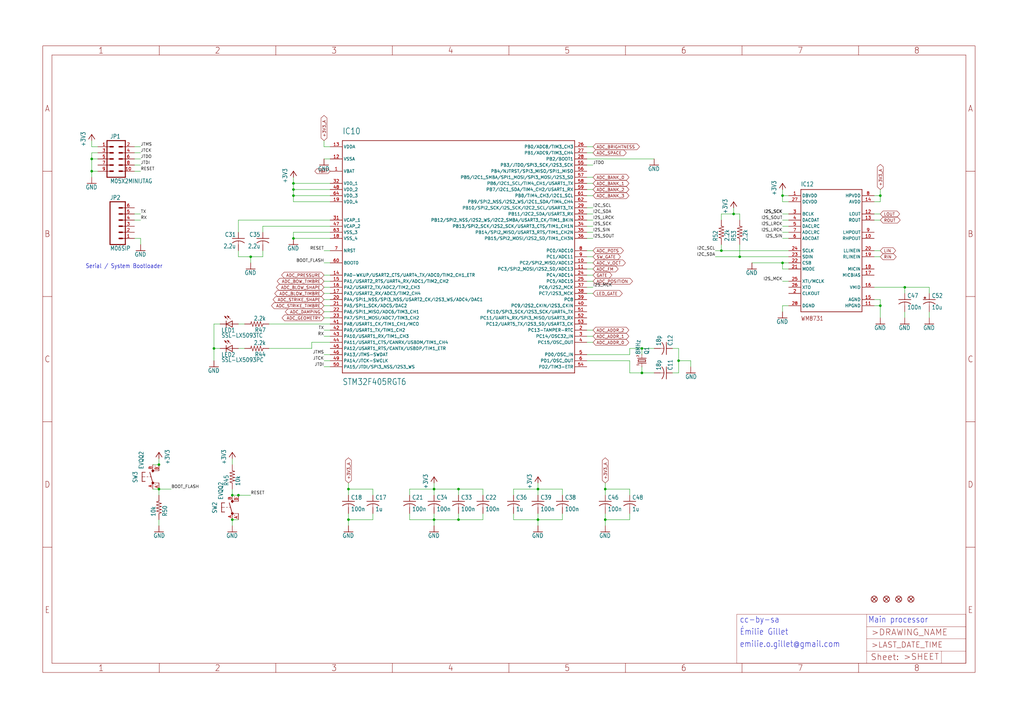
<source format=kicad_sch>
(kicad_sch (version 20231120) (generator "eeschema") (generator_version "8.0")
  (paper "User" 425.45 299.161)
  (junction (at 304.8 88.9))
  (junction (at 299.72 104.14))
  (junction (at 266.7 154.94))
  (junction (at 88.9 144.78))
  (junction (at 325.12 81.28))
  (junction (at 38.1 66.04))
  (junction (at 266.7 144.78))
  (junction (at 96.52 205.74))
  (junction (at 190.5 203.2))
  (junction (at 325.12 109.22))
  (junction (at 180.34 215.9))
  (junction (at 99.06 205.74))
  (junction (at 121.92 99.06))
  (junction (at 190.5 215.9))
  (junction (at 121.92 78.74))
  (junction (at 251.46 215.9))
  (junction (at 307.34 106.68))
  (junction (at 375.92 119.38))
  (junction (at 180.34 203.2))
  (junction (at 365.76 127))
  (junction (at 144.78 215.9))
  (junction (at 104.14 106.68))
  (junction (at 121.92 76.2))
  (junction (at 66.04 203.2))
  (junction (at 121.92 81.28))
  (junction (at 281.94 149.86))
  (junction (at 251.46 203.2))
  (junction (at 223.52 203.2))
  (junction (at 96.52 215.9))
  (junction (at 223.52 215.9))
  (junction (at 365.76 81.28))
  (junction (at 144.78 203.2))
  (junction (at 38.1 71.12))
  (junction (at 66.04 193.04))
  (wire (pts (xy 109.22 93.98) (xy 137.16 93.98)))
  (wire (pts (xy 137.16 60.96) (xy 134.62 60.96)))
  (wire (pts (xy 243.84 73.66) (xy 246.38 73.66)))
  (wire (pts (xy 261.62 149.86) (xy 243.84 149.86)))
  (wire (pts (xy 40.64 66.04) (xy 38.1 66.04)))
  (wire (pts (xy 363.22 83.82) (xy 365.76 83.82)))
  (wire (pts (xy 307.34 106.68) (xy 297.18 106.68)))
  (wire (pts (xy 251.46 213.36) (xy 251.46 215.9)))
  (wire (pts (xy 281.94 149.86) (xy 287.02 149.86)))
  (wire (pts (xy 96.52 203.2) (xy 96.52 205.74)))
  (wire (pts (xy 180.34 215.9) (xy 190.5 215.9)))
  (wire (pts (xy 325.12 91.44) (xy 327.66 91.44)))
  (wire (pts (xy 137.16 66.04) (xy 134.62 66.04)))
  (wire (pts (xy 137.16 152.4) (xy 134.62 152.4)))
  (wire (pts (xy 137.16 114.3) (xy 134.62 114.3)))
  (wire (pts (xy 137.16 104.14) (xy 134.62 104.14)))
  (wire (pts (xy 233.68 215.9) (xy 233.68 213.36)))
  (wire (pts (xy 88.9 134.62) (xy 88.9 144.78)))
  (wire (pts (xy 137.16 124.46) (xy 134.62 124.46)))
  (wire (pts (xy 96.52 215.9) (xy 99.06 215.9)))
  (wire (pts (xy 190.5 215.9) (xy 200.66 215.9)))
  (wire (pts (xy 99.06 205.74) (xy 104.14 205.74)))
  (wire (pts (xy 170.18 203.2) (xy 180.34 203.2)))
  (wire (pts (xy 154.94 215.9) (xy 154.94 213.36)))
  (wire (pts (xy 243.84 68.58) (xy 246.38 68.58)))
  (wire (pts (xy 223.52 215.9) (xy 233.68 215.9)))
  (wire (pts (xy 243.84 139.7) (xy 246.38 139.7)))
  (wire (pts (xy 170.18 205.74) (xy 170.18 203.2)))
  (wire (pts (xy 137.16 76.2) (xy 121.92 76.2)))
  (wire (pts (xy 251.46 215.9) (xy 261.62 215.9)))
  (wire (pts (xy 223.52 215.9) (xy 223.52 218.44)))
  (wire (pts (xy 55.88 60.96) (xy 58.42 60.96)))
  (wire (pts (xy 243.84 137.16) (xy 246.38 137.16)))
  (wire (pts (xy 386.08 129.54) (xy 386.08 132.08)))
  (wire (pts (xy 111.76 144.78) (xy 129.54 144.78)))
  (wire (pts (xy 55.88 71.12) (xy 58.42 71.12)))
  (wire (pts (xy 243.84 88.9) (xy 246.38 88.9)))
  (wire (pts (xy 261.62 203.2) (xy 261.62 205.74)))
  (wire (pts (xy 251.46 203.2) (xy 261.62 203.2)))
  (wire (pts (xy 134.62 60.96) (xy 134.62 58.42)))
  (wire (pts (xy 121.92 83.82) (xy 137.16 83.82)))
  (wire (pts (xy 129.54 144.78) (xy 129.54 142.24)))
  (wire (pts (xy 251.46 203.2) (xy 251.46 200.66)))
  (wire (pts (xy 190.5 203.2) (xy 200.66 203.2)))
  (wire (pts (xy 63.5 193.04) (xy 66.04 193.04)))
  (wire (pts (xy 137.16 149.86) (xy 134.62 149.86)))
  (wire (pts (xy 243.84 109.22) (xy 246.38 109.22)))
  (wire (pts (xy 104.14 106.68) (xy 109.22 106.68)))
  (wire (pts (xy 121.92 96.52) (xy 121.92 99.06)))
  (wire (pts (xy 144.78 203.2) (xy 144.78 205.74)))
  (wire (pts (xy 299.72 104.14) (xy 327.66 104.14)))
  (wire (pts (xy 243.84 111.76) (xy 246.38 111.76)))
  (wire (pts (xy 200.66 215.9) (xy 200.66 213.36)))
  (wire (pts (xy 287.02 149.86) (xy 287.02 152.4)))
  (wire (pts (xy 137.16 129.54) (xy 134.62 129.54)))
  (wire (pts (xy 243.84 78.74) (xy 246.38 78.74)))
  (wire (pts (xy 99.06 96.52) (xy 99.06 91.44)))
  (wire (pts (xy 40.64 60.96) (xy 38.1 60.96)))
  (wire (pts (xy 261.62 215.9) (xy 261.62 213.36)))
  (wire (pts (xy 243.84 147.32) (xy 261.62 147.32)))
  (wire (pts (xy 99.06 106.68) (xy 104.14 106.68)))
  (wire (pts (xy 99.06 91.44) (xy 137.16 91.44)))
  (wire (pts (xy 327.66 106.68) (xy 307.34 106.68)))
  (wire (pts (xy 121.92 78.74) (xy 137.16 78.74)))
  (wire (pts (xy 363.22 81.28) (xy 365.76 81.28)))
  (wire (pts (xy 63.5 203.2) (xy 66.04 203.2)))
  (wire (pts (xy 121.92 76.2) (xy 121.92 78.74)))
  (wire (pts (xy 104.14 109.22) (xy 104.14 106.68)))
  (wire (pts (xy 363.22 106.68) (xy 365.76 106.68)))
  (wire (pts (xy 170.18 215.9) (xy 180.34 215.9)))
  (wire (pts (xy 243.84 76.2) (xy 246.38 76.2)))
  (wire (pts (xy 180.34 218.44) (xy 180.34 215.9)))
  (wire (pts (xy 38.1 66.04) (xy 38.1 71.12)))
  (wire (pts (xy 134.62 121.92) (xy 137.16 121.92)))
  (wire (pts (xy 281.94 154.94) (xy 279.4 154.94)))
  (wire (pts (xy 91.44 144.78) (xy 88.9 144.78)))
  (wire (pts (xy 137.16 134.62) (xy 111.76 134.62)))
  (wire (pts (xy 223.52 200.66) (xy 223.52 203.2)))
  (wire (pts (xy 325.12 93.98) (xy 327.66 93.98)))
  (wire (pts (xy 325.12 83.82) (xy 325.12 81.28)))
  (wire (pts (xy 137.16 132.08) (xy 134.62 132.08)))
  (wire (pts (xy 266.7 154.94) (xy 261.62 154.94)))
  (wire (pts (xy 137.16 137.16) (xy 134.62 137.16)))
  (wire (pts (xy 325.12 99.06) (xy 327.66 99.06)))
  (wire (pts (xy 243.84 106.68) (xy 246.38 106.68)))
  (wire (pts (xy 261.62 144.78) (xy 266.7 144.78)))
  (wire (pts (xy 281.94 149.86) (xy 281.94 154.94)))
  (wire (pts (xy 223.52 213.36) (xy 223.52 215.9)))
  (wire (pts (xy 55.88 91.44) (xy 58.42 91.44)))
  (wire (pts (xy 66.04 190.5) (xy 66.04 193.04)))
  (wire (pts (xy 243.84 66.04) (xy 271.78 66.04)))
  (wire (pts (xy 327.66 81.28) (xy 325.12 81.28)))
  (wire (pts (xy 213.36 203.2) (xy 223.52 203.2)))
  (wire (pts (xy 38.1 60.96) (xy 38.1 58.42)))
  (wire (pts (xy 38.1 63.5) (xy 38.1 66.04)))
  (wire (pts (xy 271.78 144.78) (xy 266.7 144.78)))
  (wire (pts (xy 327.66 116.84) (xy 325.12 116.84)))
  (wire (pts (xy 325.12 81.28) (xy 325.12 78.74)))
  (wire (pts (xy 325.12 111.76) (xy 327.66 111.76)))
  (wire (pts (xy 266.7 144.78) (xy 266.7 147.32)))
  (wire (pts (xy 233.68 205.74) (xy 233.68 203.2)))
  (wire (pts (xy 121.92 76.2) (xy 121.92 73.66)))
  (wire (pts (xy 243.84 93.98) (xy 246.38 93.98)))
  (wire (pts (xy 40.64 71.12) (xy 38.1 71.12)))
  (wire (pts (xy 109.22 104.14) (xy 109.22 106.68)))
  (wire (pts (xy 55.88 68.58) (xy 58.42 68.58)))
  (wire (pts (xy 180.34 213.36) (xy 180.34 215.9)))
  (wire (pts (xy 386.08 119.38) (xy 386.08 121.92)))
  (wire (pts (xy 365.76 83.82) (xy 365.76 81.28)))
  (wire (pts (xy 325.12 109.22) (xy 325.12 111.76)))
  (wire (pts (xy 180.34 203.2) (xy 180.34 200.66)))
  (wire (pts (xy 137.16 96.52) (xy 121.92 96.52)))
  (wire (pts (xy 266.7 154.94) (xy 266.7 152.4)))
  (wire (pts (xy 279.4 144.78) (xy 281.94 144.78)))
  (wire (pts (xy 243.84 114.3) (xy 246.38 114.3)))
  (wire (pts (xy 109.22 96.52) (xy 109.22 93.98)))
  (wire (pts (xy 375.92 129.54) (xy 375.92 132.08)))
  (wire (pts (xy 299.72 101.6) (xy 299.72 104.14)))
  (wire (pts (xy 91.44 134.62) (xy 88.9 134.62)))
  (wire (pts (xy 223.52 203.2) (xy 223.52 205.74)))
  (wire (pts (xy 297.18 104.14) (xy 299.72 104.14)))
  (wire (pts (xy 66.04 203.2) (xy 71.12 203.2)))
  (wire (pts (xy 96.52 190.5) (xy 96.52 193.04)))
  (wire (pts (xy 261.62 154.94) (xy 261.62 149.86)))
  (wire (pts (xy 190.5 203.2) (xy 190.5 205.74)))
  (wire (pts (xy 170.18 213.36) (xy 170.18 215.9)))
  (wire (pts (xy 363.22 88.9) (xy 365.76 88.9)))
  (wire (pts (xy 137.16 99.06) (xy 121.92 99.06)))
  (wire (pts (xy 101.6 134.62) (xy 99.06 134.62)))
  (wire (pts (xy 251.46 205.74) (xy 251.46 203.2)))
  (wire (pts (xy 213.36 205.74) (xy 213.36 203.2)))
  (wire (pts (xy 38.1 71.12) (xy 38.1 73.66)))
  (wire (pts (xy 327.66 127) (xy 325.12 127)))
  (wire (pts (xy 40.64 63.5) (xy 38.1 63.5)))
  (wire (pts (xy 327.66 88.9) (xy 325.12 88.9)))
  (wire (pts (xy 363.22 119.38) (xy 375.92 119.38)))
  (wire (pts (xy 137.16 119.38) (xy 134.62 119.38)))
  (wire (pts (xy 55.88 88.9) (xy 58.42 88.9)))
  (wire (pts (xy 365.76 124.46) (xy 365.76 127)))
  (wire (pts (xy 281.94 144.78) (xy 281.94 149.86)))
  (wire (pts (xy 137.16 147.32) (xy 134.62 147.32)))
  (wire (pts (xy 88.9 144.78) (xy 88.9 149.86)))
  (wire (pts (xy 66.04 205.74) (xy 66.04 203.2)))
  (wire (pts (xy 327.66 109.22) (xy 325.12 109.22)))
  (wire (pts (xy 243.84 86.36) (xy 246.38 86.36)))
  (wire (pts (xy 200.66 203.2) (xy 200.66 205.74)))
  (wire (pts (xy 180.34 203.2) (xy 190.5 203.2)))
  (wire (pts (xy 307.34 91.44) (xy 307.34 88.9)))
  (wire (pts (xy 363.22 127) (xy 365.76 127)))
  (wire (pts (xy 55.88 99.06) (xy 58.42 99.06)))
  (wire (pts (xy 243.84 96.52) (xy 246.38 96.52)))
  (wire (pts (xy 129.54 142.24) (xy 137.16 142.24)))
  (wire (pts (xy 96.52 205.74) (xy 99.06 205.74)))
  (wire (pts (xy 96.52 215.9) (xy 96.52 218.44)))
  (wire (pts (xy 144.78 215.9) (xy 144.78 218.44)))
  (wire (pts (xy 365.76 81.28) (xy 365.76 78.74)))
  (wire (pts (xy 325.12 127) (xy 325.12 129.54)))
  (wire (pts (xy 55.88 66.04) (xy 58.42 66.04)))
  (wire (pts (xy 243.84 104.14) (xy 246.38 104.14)))
  (wire (pts (xy 58.42 99.06) (xy 58.42 101.6)))
  (wire (pts (xy 121.92 81.28) (xy 137.16 81.28)))
  (wire (pts (xy 121.92 81.28) (xy 121.92 83.82)))
  (wire (pts (xy 307.34 88.9) (xy 304.8 88.9)))
  (wire (pts (xy 304.8 88.9) (xy 299.72 88.9)))
  (wire (pts (xy 251.46 215.9) (xy 251.46 218.44)))
  (wire (pts (xy 307.34 101.6) (xy 307.34 106.68)))
  (wire (pts (xy 304.8 88.9) (xy 304.8 86.36)))
  (wire (pts (xy 154.94 203.2) (xy 154.94 205.74)))
  (wire (pts (xy 213.36 215.9) (xy 223.52 215.9)))
  (wire (pts (xy 180.34 205.74) (xy 180.34 203.2)))
  (wire (pts (xy 99.06 104.14) (xy 99.06 106.68)))
  (wire (pts (xy 243.84 119.38) (xy 246.38 119.38)))
  (wire (pts (xy 243.84 63.5) (xy 246.38 63.5)))
  (wire (pts (xy 137.16 109.22) (xy 134.62 109.22)))
  (wire (pts (xy 190.5 215.9) (xy 190.5 213.36)))
  (wire (pts (xy 271.78 154.94) (xy 266.7 154.94)))
  (wire (pts (xy 325.12 109.22) (xy 312.42 109.22)))
  (wire (pts (xy 299.72 91.44) (xy 299.72 88.9)))
  (wire (pts (xy 243.84 99.06) (xy 246.38 99.06)))
  (wire (pts (xy 375.92 119.38) (xy 386.08 119.38)))
  (wire (pts (xy 121.92 78.74) (xy 121.92 81.28)))
  (wire (pts (xy 66.04 215.9) (xy 66.04 218.44)))
  (wire (pts (xy 213.36 213.36) (xy 213.36 215.9)))
  (wire (pts (xy 137.16 139.7) (xy 134.62 139.7)))
  (wire (pts (xy 243.84 91.44) (xy 246.38 91.44)))
  (wire (pts (xy 243.84 142.24) (xy 246.38 142.24)))
  (wire (pts (xy 137.16 127) (xy 134.62 127)))
  (wire (pts (xy 55.88 63.5) (xy 58.42 63.5)))
  (wire (pts (xy 101.6 144.78) (xy 99.06 144.78)))
  (wire (pts (xy 261.62 147.32) (xy 261.62 144.78)))
  (wire (pts (xy 144.78 203.2) (xy 154.94 203.2)))
  (wire (pts (xy 375.92 119.38) (xy 375.92 121.92)))
  (wire (pts (xy 243.84 116.84) (xy 246.38 116.84)))
  (wire (pts (xy 144.78 213.36) (xy 144.78 215.9)))
  (wire (pts (xy 243.84 81.28) (xy 246.38 81.28)))
  (wire (pts (xy 223.52 203.2) (xy 233.68 203.2)))
  (wire (pts (xy 144.78 215.9) (xy 154.94 215.9)))
  (wire (pts (xy 137.16 116.84) (xy 134.62 116.84)))
  (wire (pts (xy 325.12 96.52) (xy 327.66 96.52)))
  (wire (pts (xy 363.22 124.46) (xy 365.76 124.46)))
  (wire (pts (xy 365.76 127) (xy 365.76 132.08)))
  (wire (pts (xy 243.84 121.92) (xy 246.38 121.92)))
  (wire (pts (xy 144.78 200.66) (xy 144.78 203.2)))
  (wire (pts (xy 243.84 60.96) (xy 246.38 60.96)))
  (wire (pts (xy 363.22 104.14) (xy 365.76 104.14)))
  (wire (pts (xy 363.22 91.44) (xy 365.76 91.44)))
  (wire (pts (xy 327.66 83.82) (xy 325.12 83.82)))
  (text "Émilie Gillet" (at 307.34 264.16 0) (effects (font (size 2.54 2.159)) (justify left bottom)))
  (text "cc-by-sa" (at 307.34 259.08 0) (effects (font (size 2.54 2.159)) (justify left bottom)))
  (text "Main processor" (at 360.68 259.08 0) (effects (font (size 2.54 2.159)) (justify left bottom)))
  (text "emilie.o.gillet@gmail.com" (at 307.34 269.24 0) (effects (font (size 2.54 2.159)) (justify left bottom)))
  (text "Serial / System Bootloader" (at 35.56 111.76 0) (effects (font (size 1.778 1.5113)) (justify left bottom)))
  (label "JTDO" (at 58.42 66.04 0) (effects (font (size 1.2446 1.2446))))
  (label "TX" (at 134.62 137.16 180) (effects (font (size 1.2446 1.2446))))
  (label "JTCK" (at 58.42 63.5 0) (effects (font (size 1.2446 1.2446))))
  (label "RESET" (at 134.62 104.14 180) (effects (font (size 1.2446 1.2446))))
  (label "BOOT_FLASH" (at 71.12 203.2 0) (effects (font (size 1.2446 1.2446))))
  (label "I2S_LRCK" (at 325.12 96.52 180) (effects (font (size 1.2446 1.2446))))
  (label "I2S_SOUT" (at 325.12 91.44 180) (effects (font (size 1.2446 1.2446))))
  (label "I2C_SCL" (at 246.38 86.36 0) (effects (font (size 1.2446 1.2446))))
  (label "BOOT_FLASH" (at 134.62 109.22 180) (effects (font (size 1.2446 1.2446))))
  (label "I2C_SDA" (at 246.38 88.9 0) (effects (font (size 1.2446 1.2446))))
  (label "RESET" (at 58.42 71.12 0) (effects (font (size 1.2446 1.2446))))
  (label "I2S_LRCK" (at 246.38 91.44 0) (effects (font (size 1.2446 1.2446))))
  (label "I2S_SIN" (at 325.12 99.06 180) (effects (font (size 1.2446 1.2446))))
  (label "I2C_SCL" (at 297.18 104.14 180) (effects (font (size 1.2446 1.2446))))
  (label "RX" (at 134.62 139.7 180) (effects (font (size 1.2446 1.2446))))
  (label "I2S_MCK" (at 325.12 116.84 180) (effects (font (size 1.2446 1.2446))))
  (label "I2S_SCK" (at 246.38 93.98 0) (effects (font (size 1.2446 1.2446))))
  (label "I2S_SOUT" (at 246.38 99.06 0) (effects (font (size 1.2446 1.2446))))
  (label "TX" (at 58.42 88.9 0) (effects (font (size 1.2446 1.2446))))
  (label "I2S_SCK" (at 325.12 88.9 180) (effects (font (size 1.2446 1.2446))))
  (label "JTMS" (at 134.62 147.32 180) (effects (font (size 1.2446 1.2446))))
  (label "I2S_LRCK" (at 325.12 93.98 180) (effects (font (size 1.2446 1.2446))))
  (label "I2S_SCK" (at 325.12 88.9 180) (effects (font (size 1.2446 1.2446))))
  (label "I2C_SDA" (at 297.18 106.68 180) (effects (font (size 1.2446 1.2446))))
  (label "JTDO" (at 246.38 68.58 0) (effects (font (size 1.2446 1.2446))))
  (label "RESET" (at 104.14 205.74 0) (effects (font (size 1.2446 1.2446))))
  (label "JTDI" (at 134.62 152.4 180) (effects (font (size 1.2446 1.2446))))
  (label "JTCK" (at 134.62 149.86 180) (effects (font (size 1.2446 1.2446))))
  (label "RX" (at 58.42 91.44 0) (effects (font (size 1.2446 1.2446))))
  (label "JTDI" (at 58.42 68.58 0) (effects (font (size 1.2446 1.2446))))
  (label "I2S_MCK" (at 246.38 119.38 0) (effects (font (size 1.2446 1.2446))))
  (label "JTMS" (at 58.42 60.96 0) (effects (font (size 1.2446 1.2446))))
  (label "I2S_SIN" (at 246.38 96.52 0) (effects (font (size 1.2446 1.2446))))
  (global_label "LIN" (shape bidirectional) (at 365.76 104.14 0) (effects (font (size 1.2446 1.2446))) (property "Intersheetrefs" "${INTERSHEET_REFS}" (effects (hide yes))))
  (global_label "RIN" (shape bidirectional) (at 365.76 106.68 0) (effects (font (size 1.2446 1.2446))) (property "Intersheetrefs" "${INTERSHEET_REFS}" (effects (hide yes))))
  (global_label "GATE" (shape bidirectional) (at 246.38 114.3 0) (effects (font (size 1.2446 1.2446))) (property "Intersheetrefs" "${INTERSHEET_REFS}" (effects (hide yes))))
  (global_label "+3V3_A" (shape bidirectional) (at 365.76 78.74 90) (effects (font (size 1.2446 1.2446))) (property "Intersheetrefs" "${INTERSHEET_REFS}" (effects (hide yes))))
  (global_label "+3V3_A" (shape bidirectional) (at 134.62 58.42 90) (effects (font (size 1.2446 1.2446))) (property "Intersheetrefs" "${INTERSHEET_REFS}" (effects (hide yes))))
  (global_label "ADC_BANK_1" (shape bidirectional) (at 246.38 76.2 0) (effects (font (size 1.2446 1.2446))) (property "Intersheetrefs" "${INTERSHEET_REFS}" (effects (hide yes))))
  (global_label "VBAT" (shape bidirectional) (at 137.16 71.12 180) (effects (font (size 1.016 1.016))) (property "Intersheetrefs" "${INTERSHEET_REFS}" (effects (hide yes))))
  (global_label "ADC_STRIKE_SHAPE" (shape bidirectional) (at 134.62 124.46 180) (effects (font (size 1.2446 1.2446))) (property "Intersheetrefs" "${INTERSHEET_REFS}" (effects (hide yes))))
  (global_label "LOUT" (shape bidirectional) (at 365.76 88.9 0) (effects (font (size 1.2446 1.2446))) (property "Intersheetrefs" "${INTERSHEET_REFS}" (effects (hide yes))))
  (global_label "ADC_ADDR_0" (shape bidirectional) (at 246.38 142.24 0) (effects (font (size 1.2446 1.2446))) (property "Intersheetrefs" "${INTERSHEET_REFS}" (effects (hide yes))))
  (global_label "ADC_BANK_0" (shape bidirectional) (at 246.38 73.66 0) (effects (font (size 1.2446 1.2446))) (property "Intersheetrefs" "${INTERSHEET_REFS}" (effects (hide yes))))
  (global_label "ADC_BRIGHTNESS" (shape bidirectional) (at 246.38 60.96 0) (effects (font (size 1.2446 1.2446))) (property "Intersheetrefs" "${INTERSHEET_REFS}" (effects (hide yes))))
  (global_label "ADC_BANK_2" (shape bidirectional) (at 246.38 78.74 0) (effects (font (size 1.2446 1.2446))) (property "Intersheetrefs" "${INTERSHEET_REFS}" (effects (hide yes))))
  (global_label "SW_GATE" (shape bidirectional) (at 246.38 106.68 0) (effects (font (size 1.2446 1.2446))) (property "Intersheetrefs" "${INTERSHEET_REFS}" (effects (hide yes))))
  (global_label "ADC_V_OCT" (shape bidirectional) (at 246.38 109.22 0) (effects (font (size 1.2446 1.2446))) (property "Intersheetrefs" "${INTERSHEET_REFS}" (effects (hide yes))))
  (global_label "+3V3_A" (shape bidirectional) (at 251.46 200.66 90) (effects (font (size 1.2446 1.2446))) (property "Intersheetrefs" "${INTERSHEET_REFS}" (effects (hide yes))))
  (global_label "ADC_STRIKE_TIMBRE" (shape bidirectional) (at 134.62 127 180) (effects (font (size 1.2446 1.2446))) (property "Intersheetrefs" "${INTERSHEET_REFS}" (effects (hide yes))))
  (global_label "ADC_GEOMETRY" (shape bidirectional) (at 134.62 132.08 180) (effects (font (size 1.2446 1.2446))) (property "Intersheetrefs" "${INTERSHEET_REFS}" (effects (hide yes))))
  (global_label "ADC_POSITION" (shape bidirectional) (at 246.38 116.84 0) (effects (font (size 1.2446 1.2446))) (property "Intersheetrefs" "${INTERSHEET_REFS}" (effects (hide yes))))
  (global_label "ROUT" (shape bidirectional) (at 365.76 91.44 0) (effects (font (size 1.2446 1.2446))) (property "Intersheetrefs" "${INTERSHEET_REFS}" (effects (hide yes))))
  (global_label "ADC_BOW_TIMBRE" (shape bidirectional) (at 134.62 116.84 180) (effects (font (size 1.2446 1.2446))) (property "Intersheetrefs" "${INTERSHEET_REFS}" (effects (hide yes))))
  (global_label "ADC_SPACE" (shape bidirectional) (at 246.38 63.5 0) (effects (font (size 1.2446 1.2446))) (property "Intersheetrefs" "${INTERSHEET_REFS}" (effects (hide yes))))
  (global_label "ADC_DAMPING" (shape bidirectional) (at 134.62 129.54 180) (effects (font (size 1.2446 1.2446))) (property "Intersheetrefs" "${INTERSHEET_REFS}" (effects (hide yes))))
  (global_label "ADC_BANK_3" (shape bidirectional) (at 246.38 81.28 0) (effects (font (size 1.2446 1.2446))) (property "Intersheetrefs" "${INTERSHEET_REFS}" (effects (hide yes))))
  (global_label "ADC_ADDR_1" (shape bidirectional) (at 246.38 139.7 0) (effects (font (size 1.2446 1.2446))) (property "Intersheetrefs" "${INTERSHEET_REFS}" (effects (hide yes))))
  (global_label "ADC_BLOW_TIMBRE" (shape bidirectional) (at 134.62 121.92 180) (effects (font (size 1.2446 1.2446))) (property "Intersheetrefs" "${INTERSHEET_REFS}" (effects (hide yes))))
  (global_label "LED_GATE" (shape bidirectional) (at 246.38 121.92 0) (effects (font (size 1.2446 1.2446))) (property "Intersheetrefs" "${INTERSHEET_REFS}" (effects (hide yes))))
  (global_label "ADC_BLOW_SHAPE" (shape bidirectional) (at 134.62 119.38 180) (effects (font (size 1.2446 1.2446))) (property "Intersheetrefs" "${INTERSHEET_REFS}" (effects (hide yes))))
  (global_label "+3V3_A" (shape bidirectional) (at 144.78 200.66 90) (effects (font (size 1.2446 1.2446))) (property "Intersheetrefs" "${INTERSHEET_REFS}" (effects (hide yes))))
  (global_label "ADC_POTS" (shape bidirectional) (at 246.38 104.14 0) (effects (font (size 1.2446 1.2446))) (property "Intersheetrefs" "${INTERSHEET_REFS}" (effects (hide yes))))
  (global_label "ADC_FM" (shape bidirectional) (at 246.38 111.76 0) (effects (font (size 1.2446 1.2446))) (property "Intersheetrefs" "${INTERSHEET_REFS}" (effects (hide yes))))
  (global_label "ADC_ADDR_2" (shape bidirectional) (at 246.38 137.16 0) (effects (font (size 1.2446 1.2446))) (property "Intersheetrefs" "${INTERSHEET_REFS}" (effects (hide yes))))
  (global_label "ADC_PRESSURE" (shape bidirectional) (at 134.62 114.3 180) (effects (font (size 1.2446 1.2446))) (property "Intersheetrefs" "${INTERSHEET_REFS}" (effects (hide yes))))
  (symbol (lib_id "elements_v02-eagle-import:GND") (at 58.42 104.14 0) (unit 1)
    (property "Reference" "#GND061" (effects (hide yes)))
    (property "Value" "GND" (at 55.88 106.68 0) (effects (font (size 1.778 1.5113)) (justify left bottom)))
    (property "Footprint" "elements_v02:" (effects (hide yes)))
  )
  (symbol (lib_id "elements_v02-eagle-import:+3V3") (at 304.8 83.82 0) (unit 1)
    (property "Reference" "#+3V06" (effects (hide yes)))
    (property "Value" "+3V3" (at 302.26 88.9 90) (effects (font (size 1.778 1.5113)) (justify left bottom)))
    (property "Footprint" "elements_v02:" (effects (hide yes)))
  )
  (symbol (lib_id "elements_v02-eagle-import:FIDUCIAL1X2") (at 368.3 248.92 0) (unit 1)
    (property "Reference" "F3" (effects (hide yes)))
    (property "Value" "FIDUCIAL1X2" (effects (hide yes)))
    (property "Footprint" "elements_v02:FIDUCIAL-1X2" (effects (hide yes)))
  )
  (symbol (lib_id "elements_v02-eagle-import:FIDUCIAL1X2") (at 363.22 248.92 0) (unit 1)
    (property "Reference" "F1" (effects (hide yes)))
    (property "Value" "FIDUCIAL1X2" (effects (hide yes)))
    (property "Footprint" "elements_v02:FIDUCIAL-1X2" (effects (hide yes)))
  )
  (symbol (lib_id "elements_v02-eagle-import:C-USC0603") (at 200.66 208.28 0) (unit 1)
    (property "Reference" "C22" (at 201.676 207.645 0) (effects (font (size 1.778 1.5113)) (justify left bottom)))
    (property "Value" "100n" (at 201.676 212.471 0) (effects (font (size 1.778 1.5113)) (justify left bottom)))
    (property "Footprint" "elements_v02:C0603" (effects (hide yes)))
  )
  (symbol (lib_id "elements_v02-eagle-import:C-USC0603") (at 276.86 154.94 270) (mirror x) (unit 1)
    (property "Reference" "C11" (at 277.495 153.924 0) (effects (font (size 1.778 1.5113)) (justify left bottom)))
    (property "Value" "18p" (at 272.669 153.924 0) (effects (font (size 1.778 1.5113)) (justify left bottom)))
    (property "Footprint" "elements_v02:C0603" (effects (hide yes)))
  )
  (symbol (lib_id "elements_v02-eagle-import:GND") (at 375.92 134.62 0) (unit 1)
    (property "Reference" "#GND020" (effects (hide yes)))
    (property "Value" "GND" (at 373.38 137.16 0) (effects (font (size 1.778 1.5113)) (justify left bottom)))
    (property "Footprint" "elements_v02:" (effects (hide yes)))
  )
  (symbol (lib_id "elements_v02-eagle-import:R-US_R0603") (at 106.68 134.62 180) (unit 1)
    (property "Reference" "R47" (at 110.49 136.1186 0) (effects (font (size 1.778 1.5113)) (justify left bottom)))
    (property "Value" "2.2k" (at 110.49 131.318 0) (effects (font (size 1.778 1.5113)) (justify left bottom)))
    (property "Footprint" "elements_v02:R0603" (effects (hide yes)))
  )
  (symbol (lib_id "elements_v02-eagle-import:R-US_R0603") (at 307.34 96.52 90) (unit 1)
    (property "Reference" "R53" (at 305.8414 100.33 0) (effects (font (size 1.778 1.5113)) (justify left bottom)))
    (property "Value" "2.2k" (at 310.642 100.33 0) (effects (font (size 1.778 1.5113)) (justify left bottom)))
    (property "Footprint" "elements_v02:R0603" (effects (hide yes)))
  )
  (symbol (lib_id "elements_v02-eagle-import:+3V3") (at 66.04 187.96 0) (mirror y) (unit 1)
    (property "Reference" "#+3V03" (effects (hide yes)))
    (property "Value" "+3V3" (at 68.58 193.04 90) (effects (font (size 1.778 1.5113)) (justify left bottom)))
    (property "Footprint" "elements_v02:" (effects (hide yes)))
  )
  (symbol (lib_id "elements_v02-eagle-import:GND") (at 251.46 220.98 0) (unit 1)
    (property "Reference" "#GND019" (effects (hide yes)))
    (property "Value" "GND" (at 248.92 223.52 0) (effects (font (size 1.778 1.5113)) (justify left bottom)))
    (property "Footprint" "elements_v02:" (effects (hide yes)))
  )
  (symbol (lib_id "elements_v02-eagle-import:C-USC0805") (at 109.22 99.06 0) (mirror y) (unit 1)
    (property "Reference" "C35" (at 108.204 98.425 0) (effects (font (size 1.778 1.5113)) (justify left bottom)))
    (property "Value" "2.2u" (at 108.204 103.251 0) (effects (font (size 1.778 1.5113)) (justify left bottom)))
    (property "Footprint" "elements_v02:C0805" (effects (hide yes)))
  )
  (symbol (lib_id "elements_v02-eagle-import:GND") (at 38.1 76.2 0) (unit 1)
    (property "Reference" "#GND067" (effects (hide yes)))
    (property "Value" "GND" (at 35.56 78.74 0) (effects (font (size 1.778 1.5113)) (justify left bottom)))
    (property "Footprint" "elements_v02:" (effects (hide yes)))
  )
  (symbol (lib_id "elements_v02-eagle-import:C-USC0603") (at 233.68 208.28 0) (unit 1)
    (property "Reference" "C38" (at 234.696 207.645 0) (effects (font (size 1.778 1.5113)) (justify left bottom)))
    (property "Value" "100n" (at 234.696 212.471 0) (effects (font (size 1.778 1.5113)) (justify left bottom)))
    (property "Footprint" "elements_v02:C0603" (effects (hide yes)))
  )
  (symbol (lib_id "elements_v02-eagle-import:GND") (at 66.04 220.98 0) (mirror y) (unit 1)
    (property "Reference" "#GND058" (effects (hide yes)))
    (property "Value" "GND" (at 68.58 223.52 0) (effects (font (size 1.778 1.5113)) (justify left bottom)))
    (property "Footprint" "elements_v02:" (effects (hide yes)))
  )
  (symbol (lib_id "elements_v02-eagle-import:A3L-LOC") (at 17.78 279.4 0) (unit 1)
    (property "Reference" "#FRAME3" (effects (hide yes)))
    (property "Value" "A3L-LOC" (effects (hide yes)))
    (property "Footprint" "elements_v02:" (effects (hide yes)))
  )
  (symbol (lib_id "elements_v02-eagle-import:CRYSTALHC49UP") (at 266.7 149.86 270) (mirror x) (unit 1)
    (property "Reference" "Q1" (at 267.716 147.32 0) (effects (font (size 1.778 1.5113)) (justify left bottom)))
    (property "Value" "8MHz" (at 264.16 147.32 0) (effects (font (size 1.778 1.5113)) (justify left bottom)))
    (property "Footprint" "elements_v02:HC49UP" (effects (hide yes)))
  )
  (symbol (lib_id "elements_v02-eagle-import:M06SIP") (at 50.8 93.98 0) (unit 1)
    (property "Reference" "JP2" (at 45.72 83.058 0) (effects (font (size 1.778 1.5113)) (justify left bottom)))
    (property "Value" "M06SIP" (at 45.72 104.14 0) (effects (font (size 1.778 1.5113)) (justify left bottom)))
    (property "Footprint" "elements_v02:1X06" (effects (hide yes)))
  )
  (symbol (lib_id "elements_v02-eagle-import:STM32F20X") (at 190.5 106.68 0) (unit 1)
    (property "Reference" "IC10" (at 142.24 55.88 0) (effects (font (size 2.54 2.159)) (justify left bottom)))
    (property "Value" "STM32F405RGT6" (at 142.24 160.02 0) (effects (font (size 2.54 2.159)) (justify left bottom)))
    (property "Footprint" "elements_v02:TQFP-10X10-64" (effects (hide yes)))
  )
  (symbol (lib_id "elements_v02-eagle-import:GND") (at 121.92 101.6 0) (unit 1)
    (property "Reference" "#GND040" (effects (hide yes)))
    (property "Value" "GND" (at 119.38 104.14 0) (effects (font (size 1.778 1.5113)) (justify left bottom)))
    (property "Footprint" "elements_v02:" (effects (hide yes)))
  )
  (symbol (lib_id "elements_v02-eagle-import:LED5MM") (at 96.52 134.62 270) (unit 1)
    (property "Reference" "LED1" (at 91.948 138.176 90) (effects (font (size 1.778 1.5113)) (justify left bottom)))
    (property "Value" "SSL-LX5093TC" (at 91.948 140.335 90) (effects (font (size 1.778 1.5113)) (justify left bottom)))
    (property "Footprint" "elements_v02:LED5MM" (effects (hide yes)))
  )
  (symbol (lib_id "elements_v02-eagle-import:GND") (at 287.02 154.94 0) (mirror y) (unit 1)
    (property "Reference" "#GND056" (effects (hide yes)))
    (property "Value" "GND" (at 289.56 157.48 0) (effects (font (size 1.778 1.5113)) (justify left bottom)))
    (property "Footprint" "elements_v02:" (effects (hide yes)))
  )
  (symbol (lib_id "elements_v02-eagle-import:GND") (at 325.12 132.08 0) (unit 1)
    (property "Reference" "#GND015" (effects (hide yes)))
    (property "Value" "GND" (at 322.58 134.62 0) (effects (font (size 1.778 1.5113)) (justify left bottom)))
    (property "Footprint" "elements_v02:" (effects (hide yes)))
  )
  (symbol (lib_id "elements_v02-eagle-import:GND") (at 271.78 68.58 0) (unit 1)
    (property "Reference" "#GND057" (effects (hide yes)))
    (property "Value" "GND" (at 269.24 71.12 0) (effects (font (size 1.778 1.5113)) (justify left bottom)))
    (property "Footprint" "elements_v02:" (effects (hide yes)))
  )
  (symbol (lib_id "elements_v02-eagle-import:GND") (at 386.08 134.62 0) (unit 1)
    (property "Reference" "#GND021" (effects (hide yes)))
    (property "Value" "GND" (at 383.54 137.16 0) (effects (font (size 1.778 1.5113)) (justify left bottom)))
    (property "Footprint" "elements_v02:" (effects (hide yes)))
  )
  (symbol (lib_id "elements_v02-eagle-import:+3V3") (at 325.12 76.2 0) (unit 1)
    (property "Reference" "#+3V02" (effects (hide yes)))
    (property "Value" "+3V3" (at 322.58 81.28 90) (effects (font (size 1.778 1.5113)) (justify left bottom)))
    (property "Footprint" "elements_v02:" (effects (hide yes)))
  )
  (symbol (lib_id "elements_v02-eagle-import:GND") (at 365.76 134.62 0) (unit 1)
    (property "Reference" "#GND016" (effects (hide yes)))
    (property "Value" "GND" (at 363.22 137.16 0) (effects (font (size 1.778 1.5113)) (justify left bottom)))
    (property "Footprint" "elements_v02:" (effects (hide yes)))
  )
  (symbol (lib_id "elements_v02-eagle-import:C-USC0603") (at 180.34 208.28 0) (unit 1)
    (property "Reference" "C34" (at 181.356 207.645 0) (effects (font (size 1.778 1.5113)) (justify left bottom)))
    (property "Value" "100n" (at 181.356 212.471 0) (effects (font (size 1.778 1.5113)) (justify left bottom)))
    (property "Footprint" "elements_v02:C0603" (effects (hide yes)))
  )
  (symbol (lib_id "elements_v02-eagle-import:+3V3") (at 38.1 55.88 0) (unit 1)
    (property "Reference" "#+3V011" (effects (hide yes)))
    (property "Value" "+3V3" (at 35.56 60.96 90) (effects (font (size 1.778 1.5113)) (justify left bottom)))
    (property "Footprint" "elements_v02:" (effects (hide yes)))
  )
  (symbol (lib_id "elements_v02-eagle-import:FIDUCIAL1X2") (at 378.46 248.92 0) (unit 1)
    (property "Reference" "F4" (effects (hide yes)))
    (property "Value" "FIDUCIAL1X2" (effects (hide yes)))
    (property "Footprint" "elements_v02:FIDUCIAL-1X2" (effects (hide yes)))
  )
  (symbol (lib_id "elements_v02-eagle-import:GND") (at 134.62 68.58 0) (unit 1)
    (property "Reference" "#GND023" (effects (hide yes)))
    (property "Value" "GND" (at 132.08 71.12 0) (effects (font (size 1.778 1.5113)) (justify left bottom)))
    (property "Footprint" "elements_v02:" (effects (hide yes)))
  )
  (symbol (lib_id "elements_v02-eagle-import:C-USC0603") (at 213.36 208.28 0) (unit 1)
    (property "Reference" "C36" (at 214.376 207.645 0) (effects (font (size 1.778 1.5113)) (justify left bottom)))
    (property "Value" "1u" (at 214.376 212.471 0) (effects (font (size 1.778 1.5113)) (justify left bottom)))
    (property "Footprint" "elements_v02:C0603" (effects (hide yes)))
  )
  (symbol (lib_id "elements_v02-eagle-import:R-US_R0603") (at 66.04 210.82 270) (mirror x) (unit 1)
    (property "Reference" "R50" (at 67.5386 214.63 0) (effects (font (size 1.778 1.5113)) (justify left bottom)))
    (property "Value" "10k" (at 62.738 214.63 0) (effects (font (size 1.778 1.5113)) (justify left bottom)))
    (property "Footprint" "elements_v02:R0603" (effects (hide yes)))
  )
  (symbol (lib_id "elements_v02-eagle-import:GND") (at 223.52 220.98 0) (unit 1)
    (property "Reference" "#GND018" (effects (hide yes)))
    (property "Value" "GND" (at 220.98 223.52 0) (effects (font (size 1.778 1.5113)) (justify left bottom)))
    (property "Footprint" "elements_v02:" (effects (hide yes)))
  )
  (symbol (lib_id "elements_v02-eagle-import:M05X2MINIJTAG") (at 48.26 66.04 0) (unit 1)
    (property "Reference" "JP1" (at 45.72 57.658 0) (effects (font (size 1.778 1.5113)) (justify left bottom)))
    (property "Value" "M05X2MINIJTAG" (at 45.72 76.2 0) (effects (font (size 1.778 1.5113)) (justify left bottom)))
    (property "Footprint" "elements_v02:2X5-1.27" (effects (hide yes)))
  )
  (symbol (lib_id "elements_v02-eagle-import:FIDUCIAL1X2") (at 373.38 248.92 0) (unit 1)
    (property "Reference" "F2" (effects (hide yes)))
    (property "Value" "FIDUCIAL1X2" (effects (hide yes)))
    (property "Footprint" "elements_v02:FIDUCIAL-1X2" (effects (hide yes)))
  )
  (symbol (lib_id "elements_v02-eagle-import:GND") (at 88.9 152.4 0) (unit 1)
    (property "Reference" "#GND0102" (effects (hide yes)))
    (property "Value" "GND" (at 86.36 154.94 0) (effects (font (size 1.778 1.5113)) (justify left bottom)))
    (property "Footprint" "elements_v02:" (effects (hide yes)))
  )
  (symbol (lib_id "elements_v02-eagle-import:C-USC0603") (at 276.86 144.78 270) (mirror x) (unit 1)
    (property "Reference" "C12" (at 277.495 143.764 0) (effects (font (size 1.778 1.5113)) (justify left bottom)))
    (property "Value" "18p" (at 272.669 143.764 0) (effects (font (size 1.778 1.5113)) (justify left bottom)))
    (property "Footprint" "elements_v02:C0603" (effects (hide yes)))
  )
  (symbol (lib_id "elements_v02-eagle-import:R-US_R0603") (at 106.68 144.78 180) (unit 1)
    (property "Reference" "R44" (at 110.49 146.2786 0) (effects (font (size 1.778 1.5113)) (justify left bottom)))
    (property "Value" "2.2k" (at 110.49 141.478 0) (effects (font (size 1.778 1.5113)) (justify left bottom)))
    (property "Footprint" "elements_v02:R0603" (effects (hide yes)))
  )
  (symbol (lib_id "elements_v02-eagle-import:GND") (at 144.78 220.98 0) (unit 1)
    (property "Reference" "#GND065" (effects (hide yes)))
    (property "Value" "GND" (at 142.24 223.52 0) (effects (font (size 1.778 1.5113)) (justify left bottom)))
    (property "Footprint" "elements_v02:" (effects (hide yes)))
  )
  (symbol (lib_id "elements_v02-eagle-import:WM8731") (at 345.44 104.14 0) (unit 1)
    (property "Reference" "IC12" (at 332.74 77.47 0) (effects (font (size 1.778 1.5113)) (justify left bottom)))
    (property "Value" "WM8731" (effects (hide yes)))
    (property "Footprint" "elements_v02:SSOP28" (effects (hide yes)))
  )
  (symbol (lib_id "elements_v02-eagle-import:EVQQ2") (at 63.5 198.12 0) (unit 1)
    (property "Reference" "SW3" (at 57.15 200.66 90) (effects (font (size 1.778 1.5113)) (justify left bottom)))
    (property "Value" "EVQQ2" (at 59.69 194.945 90) (effects (font (size 1.778 1.5113)) (justify left bottom)))
    (property "Footprint" "elements_v02:EVQ-Q2" (effects (hide yes)))
  )
  (symbol (lib_id "elements_v02-eagle-import:C-USC0603") (at 190.5 208.28 0) (unit 1)
    (property "Reference" "C33" (at 191.516 207.645 0) (effects (font (size 1.778 1.5113)) (justify left bottom)))
    (property "Value" "100n" (at 191.516 212.471 0) (effects (font (size 1.778 1.5113)) (justify left bottom)))
    (property "Footprint" "elements_v02:C0603" (effects (hide yes)))
  )
  (symbol (lib_id "elements_v02-eagle-import:CPOL-USB") (at 386.08 124.46 0) (unit 1)
    (property "Reference" "C52" (at 387.096 123.825 0) (effects (font (size 1.778 1.5113)) (justify left bottom)))
    (property "Value" "10u" (at 387.096 128.651 0) (effects (font (size 1.778 1.5113)) (justify left bottom)))
    (property "Footprint" "Capacitor_SMD:CP_Elec_6.3x5.4" (effects (hide yes)))
  )
  (symbol (lib_id "elements_v02-eagle-import:R-US_R0603") (at 299.72 96.52 90) (unit 1)
    (property "Reference" "R52" (at 298.2214 100.33 0) (effects (font (size 1.778 1.5113)) (justify left bottom)))
    (property "Value" "2.2k" (at 303.022 100.33 0) (effects (font (size 1.778 1.5113)) (justify left bottom)))
    (property "Footprint" "elements_v02:R0603" (effects (hide yes)))
  )
  (symbol (lib_id "elements_v02-eagle-import:GND") (at 104.14 111.76 0) (unit 1)
    (property "Reference" "#GND055" (effects (hide yes)))
    (property "Value" "GND" (at 101.6 114.3 0) (effects (font (size 1.778 1.5113)) (justify left bottom)))
    (property "Footprint" "elements_v02:" (effects (hide yes)))
  )
  (symbol (lib_id "elements_v02-eagle-import:GND") (at 96.52 220.98 0) (unit 1)
    (property "Reference" "#GND059" (effects (hide yes)))
    (property "Value" "GND" (at 93.98 223.52 0) (effects (font (size 1.778 1.5113)) (justify left bottom)))
    (property "Footprint" "elements_v02:" (effects (hide yes)))
  )
  (symbol (lib_id "elements_v02-eagle-import:C-USC0603") (at 170.18 208.28 0) (unit 1)
    (property "Reference" "C21" (at 171.196 207.645 0) (effects (font (size 1.778 1.5113)) (justify left bottom)))
    (property "Value" "100n" (at 171.196 212.471 0) (effects (font (size 1.778 1.5113)) (justify left bottom)))
    (property "Footprint" "elements_v02:C0603" (effects (hide yes)))
  )
  (symbol (lib_id "elements_v02-eagle-import:+3V3") (at 121.92 71.12 0) (unit 1)
    (property "Reference" "#+3V013" (effects (hide yes)))
    (property "Value" "+3V3" (at 119.38 76.2 90) (effects (font (size 1.778 1.5113)) (justify left bottom)))
    (property "Footprint" "elements_v02:" (effects (hide yes)))
  )
  (symbol (lib_id "elements_v02-eagle-import:C-USC0603") (at 261.62 208.28 0) (unit 1)
    (property "Reference" "C48" (at 262.636 207.645 0) (effects (font (size 1.778 1.5113)) (justify left bottom)))
    (property "Value" "1u" (at 262.636 212.471 0) (effects (font (size 1.778 1.5113)) (justify left bottom)))
    (property "Footprint" "elements_v02:C0603" (effects (hide yes)))
  )
  (symbol (lib_id "elements_v02-eagle-import:+3V3") (at 180.34 198.12 0) (unit 1)
    (property "Reference" "#+3V08" (effects (hide yes)))
    (property "Value" "+3V3" (at 177.8 203.2 90) (effects (font (size 1.778 1.5113)) (justify left bottom)))
    (property "Footprint" "elements_v02:" (effects (hide yes)))
  )
  (symbol (lib_id "elements_v02-eagle-import:C-USC0603") (at 144.78 208.28 0) (unit 1)
    (property "Reference" "C18" (at 145.796 207.645 0) (effects (font (size 1.778 1.5113)) (justify left bottom)))
    (property "Value" "100n" (at 145.796 212.471 0) (effects (font (size 1.778 1.5113)) (justify left bottom)))
    (property "Footprint" "elements_v02:C0603" (effects (hide yes)))
  )
  (symbol (lib_id "elements_v02-eagle-import:R-US_R0603") (at 96.52 198.12 90) (unit 1)
    (property "Reference" "R45" (at 95.0214 201.93 0) (effects (font (size 1.778 1.5113)) (justify left bottom)))
    (property "Value" "10k" (at 99.822 201.93 0) (effects (font (size 1.778 1.5113)) (justify left bottom)))
    (property "Footprint" "elements_v02:R0603" (effects (hide yes)))
  )
  (symbol (lib_id "elements_v02-eagle-import:GND") (at 180.34 220.98 0) (unit 1)
    (property "Reference" "#GND05" (effects (hide yes)))
    (property "Value" "GND" (at 177.8 223.52 0) (effects (font (size 1.778 1.5113)) (justify left bottom)))
    (property "Footprint" "elements_v02:" (effects (hide yes)))
  )
  (symbol (lib_id "elements_v02-eagle-import:C-USC0603") (at 375.92 124.46 0) (unit 1)
    (property "Reference" "C47" (at 376.936 123.825 0) (effects (font (size 1.778 1.5113)) (justify left bottom)))
    (property "Value" "100n" (at 376.936 128.651 0) (effects (font (size 1.778 1.5113)) (justify left bottom)))
    (property "Footprint" "elements_v02:C0603" (effects (hide yes)))
  )
  (symbol (lib_id "elements_v02-eagle-import:EVQQ2") (at 96.52 210.82 0) (unit 1)
    (property "Reference" "SW2" (at 90.17 213.36 90) (effects (font (size 1.778 1.5113)) (justify left bottom)))
    (property "Value" "EVQQ2" (at 92.71 207.645 90) (effects (font (size 1.778 1.5113)) (justify left bottom)))
    (property "Footprint" "elements_v02:EVQ-Q2" (effects (hide yes)))
  )
  (symbol (lib_id "elements_v02-eagle-import:GND") (at 312.42 111.76 0) (unit 1)
    (property "Reference" "#GND017" (effects (hide yes)))
    (property "Value" "GND" (at 309.88 114.3 0) (effects (font (size 1.778 1.5113)) (justify left bottom)))
    (property "Footprint" "elements_v02:" (effects (hide yes)))
  )
  (symbol (lib_id "elements_v02-eagle-import:C-USC0603") (at 223.52 208.28 0) (unit 1)
    (property "Reference" "C39" (at 224.536 207.645 0) (effects (font (size 1.778 1.5113)) (justify left bottom)))
    (property "Value" "100n" (at 224.536 212.471 0) (effects (font (size 1.778 1.5113)) (justify left bottom)))
    (property "Footprint" "elements_v02:C0603" (effects (hide yes)))
  )
  (symbol (lib_id "elements_v02-eagle-import:+3V3") (at 96.52 187.96 0) (unit 1)
    (property "Reference" "#+3V04" (effects (hide yes)))
    (property "Value" "+3V3" (at 93.98 193.04 90) (effects (font (size 1.778 1.5113)) (justify left bottom)))
    (property "Footprint" "elements_v02:" (effects (hide yes)))
  )
  (symbol (lib_id "elements_v02-eagle-import:+3V3") (at 223.52 198.12 0) (unit 1)
    (property "Reference" "#+3V05" (effects (hide yes)))
    (property "Value" "+3V3" (at 220.98 203.2 90) (effects (font (size 1.778 1.5113)) (justify left bottom)))
    (property "Footprint" "elements_v02:" (effects (hide yes)))
  )
  (symbol (lib_id "elements_v02-eagle-import:C-USC0603") (at 154.94 208.28 0) (unit 1)
    (property "Reference" "C17" (at 155.956 207.645 0) (effects (font (size 1.778 1.5113)) (justify left bottom)))
    (property "Value" "1u" (at 155.956 212.471 0) (effects (font (size 1.778 1.5113)) (justify left bottom)))
    (property "Footprint" "elements_v02:C0603" (effects (hide yes)))
  )
  (symbol (lib_id "elements_v02-eagle-import:C-USC0603") (at 251.46 208.28 0) (unit 1)
    (property "Reference" "C46" (at 252.476 207.645 0) (effects (font (size 1.778 1.5113)) (justify left bottom)))
    (property "Value" "100n" (at 252.476 212.471 0) (effects (font (size 1.778 1.5113)) (justify left bottom)))
    (property "Footprint" "elements_v02:C0603" (effects (hide yes)))
  )
  (symbol (lib_id "elements_v02-eagle-import:LED5MM") (at 96.52 144.78 270) (unit 1)
    (property "Reference" "LED2" (at 91.948 148.336 90) (effects (font (size 1.778 1.5113)) (justify left bottom)))
    (property "Value" "SSL-LX5093PC" (at 91.948 150.495 90) (effects (font (size 1.778 1.5113)) (justify left bottom)))
    (property "Footprint" "elements_v02:LED5MM" (effects (hide yes)))
  )
  (symbol (lib_id "elements_v02-eagle-import:C-USC0805") (at 99.06 99.06 0) (mirror y) (unit 1)
    (property "Reference" "C31" (at 98.044 98.425 0) (effects (font (size 1.778 1.5113)) (justify left bottom)))
    (property "Value" "2.2u" (at 98.044 103.251 0) (effects (font (size 1.778 1.5113)) (justify left bottom)))
    (property "Footprint" "elements_v02:C0805" (effects (hide yes)))
  )
)
</source>
